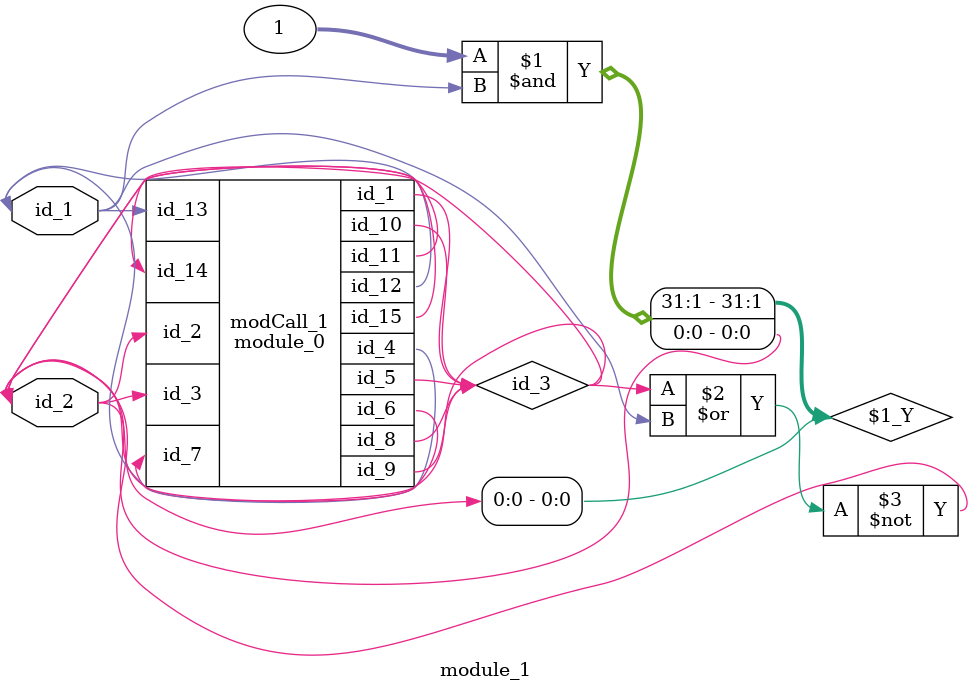
<source format=v>
module module_0 (
    id_1,
    id_2,
    id_3,
    id_4,
    id_5,
    id_6,
    id_7,
    id_8,
    id_9,
    id_10,
    id_11,
    id_12,
    id_13,
    id_14,
    id_15
);
  inout wire id_15;
  input wire id_14;
  input wire id_13;
  inout wire id_12;
  inout wire id_11;
  inout wire id_10;
  output wire id_9;
  output wire id_8;
  input wire id_7;
  output wire id_6;
  output wire id_5;
  output wire id_4;
  input wire id_3;
  input wire id_2;
  inout wire id_1;
  wire id_16 = id_13;
endmodule
module module_1 (
    id_1,
    id_2
);
  inout wire id_2;
  inout wire id_1;
  wire id_3;
  module_0 modCall_1 (
      id_3,
      id_2,
      id_2,
      id_1,
      id_3,
      id_2,
      id_3,
      id_3,
      id_3,
      id_3,
      id_2,
      id_1,
      id_1,
      id_3,
      id_2
  );
  assign id_2 = (1) & id_1;
  nor primCall (id_2, id_3, id_1);
  wire id_4;
endmodule

</source>
